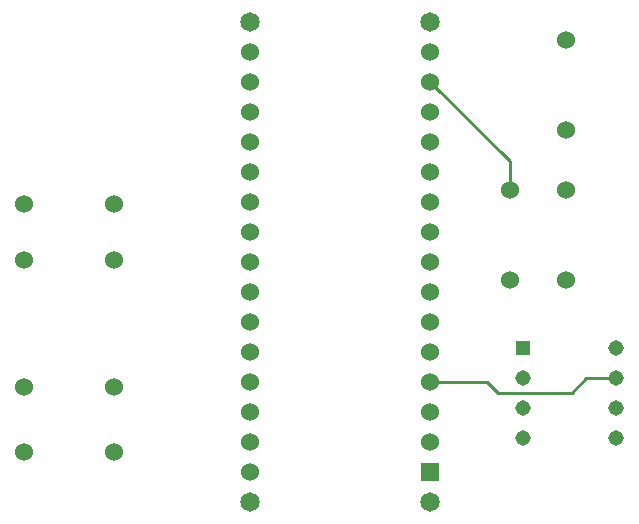
<source format=gbr>
%TF.GenerationSoftware,Altium Limited,Altium Designer,23.9.2 (47)*%
G04 Layer_Physical_Order=2*
G04 Layer_Color=16711680*
%FSLAX45Y45*%
%MOMM*%
%TF.SameCoordinates,069DA617-DDAF-4FD6-95A1-D134820B9D42*%
%TF.FilePolarity,Positive*%
%TF.FileFunction,Copper,L2,Bot,Signal*%
%TF.Part,Single*%
G01*
G75*
%TA.AperFunction,Conductor*%
%ADD10C,0.25400*%
%TA.AperFunction,ComponentPad*%
%ADD11C,1.65100*%
%ADD12C,1.52400*%
%ADD13R,1.52400X1.52400*%
%ADD14C,1.30800*%
%ADD15R,1.30800X1.30800*%
D10*
X4460121Y1164879D02*
Y1166002D01*
Y1164879D02*
X4550000Y1075000D01*
X5175000D01*
X3974999Y1166002D02*
X4460121D01*
X5175000Y1075000D02*
X5296000Y1196000D01*
X5550003D01*
X3974999Y3706002D02*
X4649998Y3031004D01*
Y2787000D02*
Y3031004D01*
D11*
X3974999Y4214002D02*
D03*
X2450999D02*
D03*
Y150002D02*
D03*
X3974999D02*
D03*
D12*
X2450999Y404002D02*
D03*
Y658002D02*
D03*
Y912002D02*
D03*
Y1166002D02*
D03*
Y1420002D02*
D03*
Y1674002D02*
D03*
Y1928002D02*
D03*
Y2182002D02*
D03*
Y2436002D02*
D03*
Y2690002D02*
D03*
Y2944002D02*
D03*
Y3198002D02*
D03*
Y3452002D02*
D03*
Y3706002D02*
D03*
Y3960002D02*
D03*
X3974999D02*
D03*
Y3706002D02*
D03*
Y3452002D02*
D03*
Y3198002D02*
D03*
Y2944002D02*
D03*
Y2690002D02*
D03*
Y2436002D02*
D03*
Y2182002D02*
D03*
Y1928002D02*
D03*
Y1674002D02*
D03*
Y1420002D02*
D03*
Y1166002D02*
D03*
Y912002D02*
D03*
Y658002D02*
D03*
X4649998Y2787000D02*
D03*
Y2025000D02*
D03*
X5125000Y4061999D02*
D03*
Y3299999D02*
D03*
Y2025000D02*
D03*
Y2787000D02*
D03*
X1300003Y1124997D02*
D03*
X538003D02*
D03*
X1299998Y2675001D02*
D03*
X537998D02*
D03*
Y2200001D02*
D03*
X1299998D02*
D03*
Y575000D02*
D03*
X537998D02*
D03*
D13*
X3974999Y404002D02*
D03*
D14*
X4763004Y942000D02*
D03*
Y1196000D02*
D03*
Y688000D02*
D03*
X5550003D02*
D03*
Y1450000D02*
D03*
Y942000D02*
D03*
Y1196000D02*
D03*
D15*
X4763004Y1450000D02*
D03*
%TF.MD5,9d50e6a6a3e3db3886b5ada811c71b53*%
M02*

</source>
